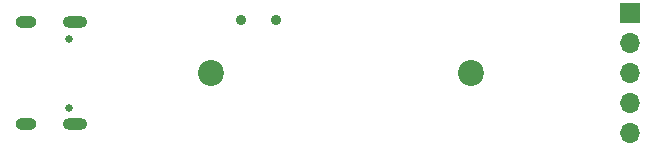
<source format=gbr>
%TF.GenerationSoftware,KiCad,Pcbnew,7.0.8*%
%TF.CreationDate,2024-02-13T10:47:56-06:00*%
%TF.ProjectId,SerialClamp,53657269-616c-4436-9c61-6d702e6b6963,rev?*%
%TF.SameCoordinates,Original*%
%TF.FileFunction,Soldermask,Bot*%
%TF.FilePolarity,Negative*%
%FSLAX46Y46*%
G04 Gerber Fmt 4.6, Leading zero omitted, Abs format (unit mm)*
G04 Created by KiCad (PCBNEW 7.0.8) date 2024-02-13 10:47:56*
%MOMM*%
%LPD*%
G01*
G04 APERTURE LIST*
%ADD10C,2.200000*%
%ADD11C,0.900000*%
%ADD12R,1.700000X1.700000*%
%ADD13O,1.700000X1.700000*%
%ADD14O,1.800000X1.000000*%
%ADD15O,2.100000X1.000000*%
%ADD16C,0.650000*%
G04 APERTURE END LIST*
D10*
%TO.C,H2*%
X137600000Y-96000000D03*
%TD*%
%TO.C,H1*%
X159570000Y-96025000D03*
%TD*%
D11*
%TO.C,SW1*%
X140100000Y-91545000D03*
X143100000Y-91545000D03*
%TD*%
D12*
%TO.C,J2*%
X173070000Y-90950000D03*
D13*
X173070000Y-93490000D03*
X173070000Y-96030000D03*
X173070000Y-98570000D03*
X173070000Y-101110000D03*
%TD*%
D14*
%TO.C,J1*%
X121947500Y-100345000D03*
D15*
X126097500Y-100345000D03*
D14*
X121947500Y-91705000D03*
D15*
X126097500Y-91705000D03*
D16*
X125597500Y-98915000D03*
X125597500Y-93135000D03*
%TD*%
M02*

</source>
